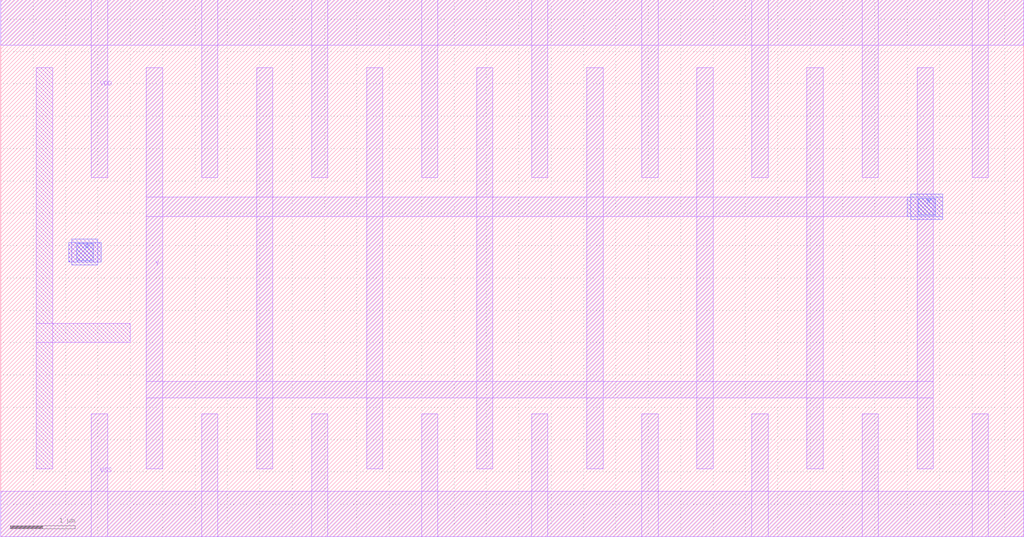
<source format=lef>
# Copyright 2022 Google LLC
# Licensed under the Apache License, Version 2.0 (the "License");
# you may not use this file except in compliance with the License.
# You may obtain a copy of the License at
#
#      http://www.apache.org/licenses/LICENSE-2.0
#
# Unless required by applicable law or agreed to in writing, software
# distributed under the License is distributed on an "AS IS" BASIS,
# WITHOUT WARRANTIES OR CONDITIONS OF ANY KIND, either express or implied.
# See the License for the specific language governing permissions and
# limitations under the License.
VERSION 5.7 ;
BUSBITCHARS "[]" ;
DIVIDERCHAR "/" ;

MACRO gf180mcu_osu_sc_gp12t3v3__clkbuf_16
  CLASS CORE ;
  ORIGIN 0 0 ;
  FOREIGN gf180mcu_osu_sc_gp12t3v3__clkbuf_16 0 0 ;
  SIZE 15.8 BY 8.3 ;
  SYMMETRY X Y ;
  SITE gf180mcu_osu_sc_gp12t3v3 ;
  PIN VDD
    DIRECTION INOUT ;
    USE POWER ;
    SHAPE ABUTMENT ;
    PORT
      LAYER Metal1 ;
        RECT 0 7.6 15.8 8.3 ;
        RECT 15 5.55 15.25 8.3 ;
        RECT 13.3 5.55 13.55 8.3 ;
        RECT 11.6 5.55 11.85 8.3 ;
        RECT 9.9 5.55 10.15 8.3 ;
        RECT 8.2 5.55 8.45 8.3 ;
        RECT 6.5 5.55 6.75 8.3 ;
        RECT 4.8 5.55 5.05 8.3 ;
        RECT 3.1 5.55 3.35 8.3 ;
        RECT 1.4 5.55 1.65 8.3 ;
    END
  END VDD
  PIN VSS
    DIRECTION INOUT ;
    USE GROUND ;
    SHAPE ABUTMENT ;
    PORT
      LAYER Metal1 ;
        RECT 0 0 15.8 0.7 ;
        RECT 15 0 15.25 1.9 ;
        RECT 13.3 0 13.55 1.9 ;
        RECT 11.6 0 11.85 1.9 ;
        RECT 9.9 0 10.15 1.9 ;
        RECT 8.2 0 8.45 1.9 ;
        RECT 6.5 0 6.75 1.9 ;
        RECT 4.8 0 5.05 1.9 ;
        RECT 3.1 0 3.35 1.9 ;
        RECT 1.4 0 1.65 1.9 ;
    END
  END VSS
  PIN A
    DIRECTION INPUT ;
    USE SIGNAL ;
    PORT
      LAYER Metal1 ;
        RECT 1.05 4.25 1.55 4.55 ;
      LAYER Metal2 ;
        RECT 1.05 4.25 1.55 4.55 ;
        RECT 1.1 4.2 1.5 4.6 ;
      LAYER Via1 ;
        RECT 1.17 4.27 1.43 4.53 ;
    END
  END A
  PIN Y
    DIRECTION OUTPUT ;
    USE SIGNAL ;
    PORT
      LAYER Metal1 ;
        RECT 2.25 4.95 14.55 5.25 ;
        RECT 14.15 1.05 14.4 7.25 ;
        RECT 2.25 2.15 14.4 2.4 ;
        RECT 12.45 1.05 12.7 7.25 ;
        RECT 10.75 1.05 11 7.25 ;
        RECT 9.05 1.05 9.3 7.25 ;
        RECT 7.35 1.05 7.6 7.25 ;
        RECT 5.65 1.05 5.9 7.25 ;
        RECT 3.95 1.05 4.2 7.25 ;
        RECT 2.25 1.05 2.5 7.25 ;
      LAYER Metal2 ;
        RECT 14.05 4.9 14.55 5.3 ;
        RECT 14 4.95 14.55 5.25 ;
      LAYER Via1 ;
        RECT 14.17 4.97 14.43 5.23 ;
    END
  END Y
  OBS
    LAYER Metal1 ;
      RECT 0.55 1.05 0.8 7.25 ;
      RECT 0.55 3 2 3.3 ;
  END
END gf180mcu_osu_sc_gp12t3v3__clkbuf_16

</source>
